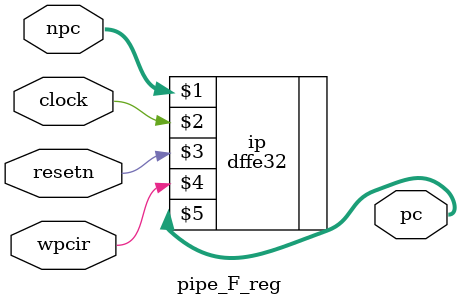
<source format=v>
module pipe_F_reg(npc, wpcir, clock, resetn, pc);
	input  [31:0] npc;
	input         wpcir, clock, resetn;
	output [31:0] pc;

	dffe32 ip(npc, clock, resetn, wpcir, pc);
endmodule

</source>
